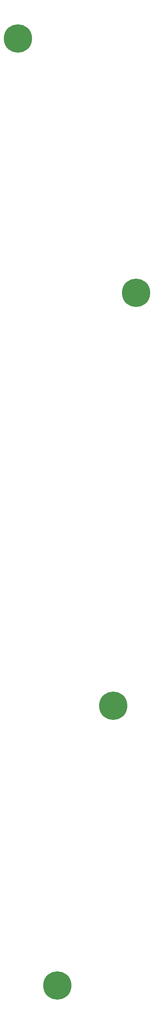
<source format=gbr>
G04 #@! TF.FileFunction,Soldermask,Bot*
%FSLAX46Y46*%
G04 Gerber Fmt 4.6, Leading zero omitted, Abs format (unit mm)*
G04 Created by KiCad (PCBNEW 4.0.6) date 04/28/18 22:34:54*
%MOMM*%
%LPD*%
G01*
G04 APERTURE LIST*
%ADD10C,0.100000*%
%ADD11C,6.800000*%
G04 APERTURE END LIST*
D10*
D11*
X69500000Y-294500000D03*
X88500000Y-128500000D03*
X60000000Y-67500000D03*
X83000000Y-227500000D03*
M02*

</source>
